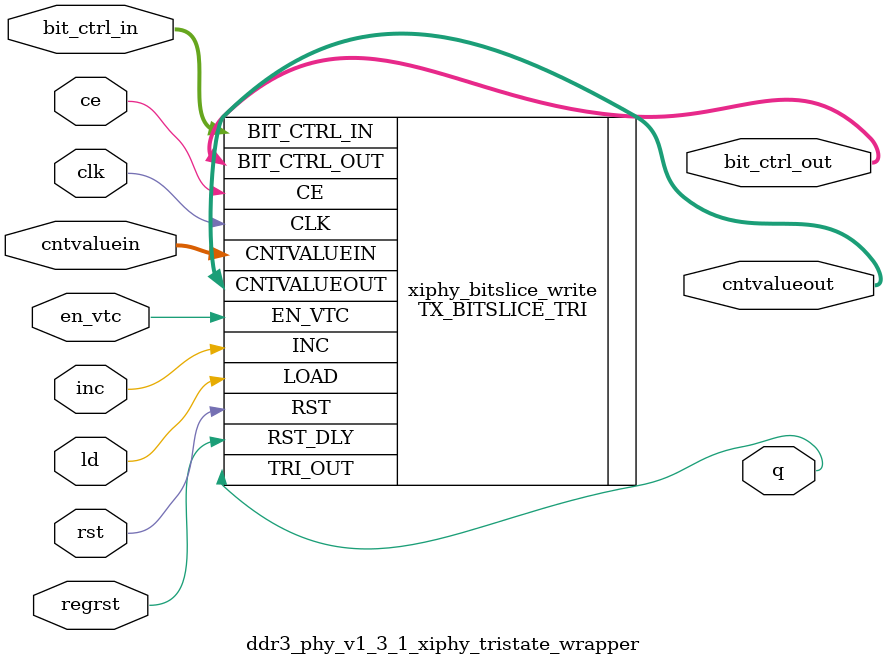
<source format=sv>

`timescale 1ps / 1ps

module ddr3_phy_v1_3_1_xiphy_tristate_wrapper #(

   parameter integer   DATA_WIDTH	= 8,           //8, 4, 1-bit interface 
   parameter           INIT             = 1'b0,        //Initial Oserdes value
   parameter           DELAY_TYPE       = "FIXED",     //FIXED, VAR_LOAD, VARIABLE type of ODELAY     
   parameter           DELAY_FORMAT     = "TIME",      //TIME (mc_fixed_dly_ratio = (2*9)*(1000000/REFCLK_FREQ/DELAY_VAL), COUNT (mc_fixed_delay_ratio={9'b0, DELAY_VAL})
   parameter           UPDATE_MODE      = "ASYNC",     //ASYNC (mc_le_manual=0,mc_le_async=1), SYNC(mc_le_manual=0,mc_le_sync=0), MANUAL (mc_le_manual=1,mc_le_async=0)
   parameter           DELAY_VAL        = 0,           //0 to 1250 ps
   parameter real      REFCLK_FREQ	= 300.0,       //300-2667 MHz
   parameter           OUTPUT_PHASE_90  = "FALSE",      //Delay DQ phase by 90 wrt write DQS
   parameter           NATIVE_ODELAY_BYPASS  = "FALSE",     //Delay DQ phase by 90 wrt write DQS
   parameter           SIM_DEVICE            = "ULTRASCALE"
) (
  input          ce,                 // odelay ce
  input          clk,                // odelay clk
  input          inc,                // odelay inc
  input          ld,                 // odelay ld
  input  [8:0]   cntvaluein,         // odelay 
  output [8:0]   cntvalueout,        // odelay cntvalueout
  output         q,                  // TX q output
  input          regrst,             // odelay reset
  input          rst,                // oserdes reset
  input          en_vtc,             // odelay en_vtc
  //Ribbon cable input bus from bitslice control 
//  input  [3:0]   nib_ctrl_in,        // {ddr_clk, div2_clk, div4_clk, ctrl_clk}  

  //Ribbon cable per-bit input bus from bitslice control 
  input  [39:0]  bit_ctrl_in,
  // {div4_clk, div2_clk, ddr_clk, force_oe_b, d[7:0], ctl2bs_tx_ddr_phase_sel, tx_bs_reset, tx_mux_360_p_sel, tx_mux_360_n_sel, tx_mux_720_p0_sel, tx_mux_720_p1_sel, tx_mux_720_p2_sel, tx_mux_720_p3_sel, 
  //toggle_div2_sel, ctl2bs_dynamic_mode_en, ctrl_ce, ctrl_inc, ctrl_ld, ctrl_dly[8:0], ctrl_clk}  

  //Ribbon cable per-bit output bus to bitslice control 
  //{bs2ctl_tx_ddr_phase_sel, vtc_ready, cntvalueout[8:0]}         
//  input  [10:0]  bit_ctrl_out 
  output  [39:0]  bit_ctrl_out

);

`ifdef ULTRASCALE_PHY_BLH
B_TX_BITSLICE_TRI #(
`else
TX_BITSLICE_TRI #(
`endif
   .DATA_WIDTH              (DATA_WIDTH),       //8, 2, 1
   .DELAY_FORMAT            (DELAY_FORMAT),     //TIME, COUNT
   .UPDATE_MODE             (UPDATE_MODE),      //SYNC, ASYNC, MANUAL 
   .INIT	                (INIT),             //Initial Oserdes value             
   .DELAY_TYPE   	        (DELAY_TYPE),       //FIXED, VAR_LOAD, VARIABLE
   .DELAY_VALUE	            (DELAY_VAL),        //0 to 1250 ps
   .REFCLK_FREQUENCY	    (REFCLK_FREQ),      //300-2667
   .OUTPUT_PHASE_90	        (OUTPUT_PHASE_90),   //delay output phase by 90
`ifndef ULTRASCALE_PHY_BLH
   .SIM_DEVICE              (SIM_DEVICE),
`endif
   .NATIVE_ODELAY_BYPASS    (NATIVE_ODELAY_BYPASS)
) 
xiphy_bitslice_write
(
   .CE                      (ce),
   .CLK                     (clk),
   .INC                     (inc),
   .LOAD                    (ld),
   .CNTVALUEIN              (cntvaluein),
   .CNTVALUEOUT             (cntvalueout),
   .TRI_OUT                 (q),
   .RST_DLY                 (regrst),
   .RST                     (rst),
   .EN_VTC                  (en_vtc),
 //  .NIB_CTRL_IN             (nib_ctrl_in),
   .BIT_CTRL_IN             (bit_ctrl_in),
   .BIT_CTRL_OUT            (bit_ctrl_out)
);

endmodule


</source>
